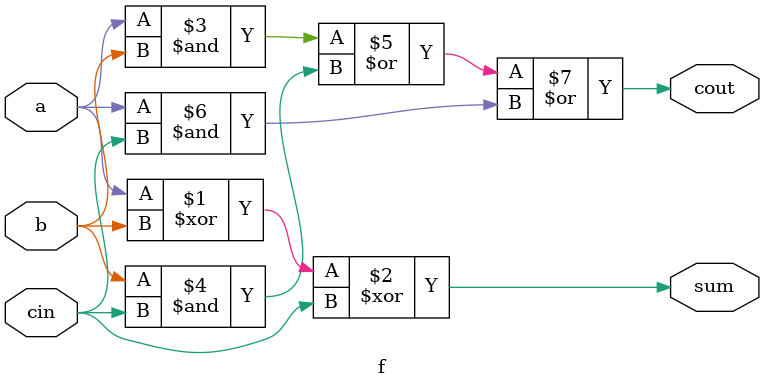
<source format=v>
module f (
    input  a,
    input  b,
    input  cin,
    output sum,
    output cout
);

assign sum  = a ^ b ^ cin;
assign cout = (a & b) | (b & cin) | (a & cin);

endmodule

</source>
